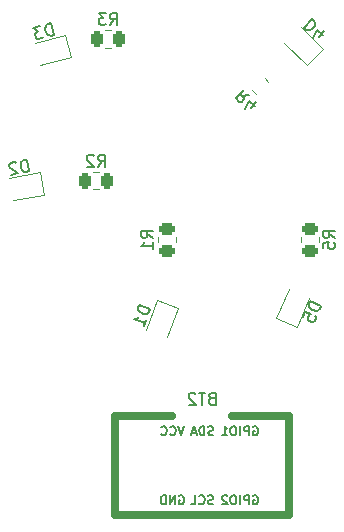
<source format=gbo>
G04 #@! TF.GenerationSoftware,KiCad,Pcbnew,(6.0.10-0)*
G04 #@! TF.CreationDate,2023-06-21T21:42:55+02:00*
G04 #@! TF.ProjectId,SwiftLeeds,53776966-744c-4656-9564-732e6b696361,rev?*
G04 #@! TF.SameCoordinates,Original*
G04 #@! TF.FileFunction,Legend,Bot*
G04 #@! TF.FilePolarity,Positive*
%FSLAX46Y46*%
G04 Gerber Fmt 4.6, Leading zero omitted, Abs format (unit mm)*
G04 Created by KiCad (PCBNEW (6.0.10-0)) date 2023-06-21 21:42:55*
%MOMM*%
%LPD*%
G01*
G04 APERTURE LIST*
G04 Aperture macros list*
%AMRoundRect*
0 Rectangle with rounded corners*
0 $1 Rounding radius*
0 $2 $3 $4 $5 $6 $7 $8 $9 X,Y pos of 4 corners*
0 Add a 4 corners polygon primitive as box body*
4,1,4,$2,$3,$4,$5,$6,$7,$8,$9,$2,$3,0*
0 Add four circle primitives for the rounded corners*
1,1,$1+$1,$2,$3*
1,1,$1+$1,$4,$5*
1,1,$1+$1,$6,$7*
1,1,$1+$1,$8,$9*
0 Add four rect primitives between the rounded corners*
20,1,$1+$1,$2,$3,$4,$5,0*
20,1,$1+$1,$4,$5,$6,$7,0*
20,1,$1+$1,$6,$7,$8,$9,0*
20,1,$1+$1,$8,$9,$2,$3,0*%
G04 Aperture macros list end*
%ADD10C,0.150000*%
%ADD11C,0.700000*%
%ADD12C,0.120000*%
%ADD13R,1.727200X1.727200*%
%ADD14C,1.727200*%
%ADD15O,1.727200X1.727200*%
%ADD16RoundRect,0.243750X0.117358X0.503791X-0.353531X0.377617X-0.117358X-0.503791X0.353531X-0.377617X0*%
%ADD17RoundRect,0.250000X0.262500X0.450000X-0.262500X0.450000X-0.262500X-0.450000X0.262500X-0.450000X0*%
%ADD18RoundRect,0.243750X0.324740X-0.402644X0.515221X0.046102X-0.324740X0.402644X-0.515221X-0.046102X0*%
%ADD19RoundRect,0.243750X0.160820X0.491645X-0.319274X0.406992X-0.160820X-0.491645X0.319274X-0.406992X0*%
%ADD20RoundRect,0.250000X-0.503814X-0.132583X-0.132583X-0.503814X0.503814X0.132583X0.132583X0.503814X0*%
%ADD21RoundRect,0.243750X-0.345367X0.385097X-0.512102X-0.073003X0.345367X-0.385097X0.512102X0.073003X0*%
%ADD22RoundRect,0.243750X0.494975X0.150260X0.150260X0.494975X-0.494975X-0.150260X-0.150260X-0.494975X0*%
%ADD23RoundRect,0.250000X0.450000X-0.262500X0.450000X0.262500X-0.450000X0.262500X-0.450000X-0.262500X0*%
%ADD24RoundRect,0.250000X-0.450000X0.262500X-0.450000X-0.262500X0.450000X-0.262500X0.450000X0.262500X0*%
G04 APERTURE END LIST*
D10*
X167785714Y-88428571D02*
X167642857Y-88476190D01*
X167595238Y-88523809D01*
X167547619Y-88619047D01*
X167547619Y-88761904D01*
X167595238Y-88857142D01*
X167642857Y-88904761D01*
X167738095Y-88952380D01*
X168119047Y-88952380D01*
X168119047Y-87952380D01*
X167785714Y-87952380D01*
X167690476Y-88000000D01*
X167642857Y-88047619D01*
X167595238Y-88142857D01*
X167595238Y-88238095D01*
X167642857Y-88333333D01*
X167690476Y-88380952D01*
X167785714Y-88428571D01*
X168119047Y-88428571D01*
X167261904Y-87952380D02*
X166690476Y-87952380D01*
X166976190Y-88952380D02*
X166976190Y-87952380D01*
X166404761Y-88047619D02*
X166357142Y-88000000D01*
X166261904Y-87952380D01*
X166023809Y-87952380D01*
X165928571Y-88000000D01*
X165880952Y-88047619D01*
X165833333Y-88142857D01*
X165833333Y-88238095D01*
X165880952Y-88380952D01*
X166452380Y-88952380D01*
X165833333Y-88952380D01*
X167892857Y-97351571D02*
X167785714Y-97387285D01*
X167607142Y-97387285D01*
X167535714Y-97351571D01*
X167500000Y-97315857D01*
X167464285Y-97244428D01*
X167464285Y-97173000D01*
X167500000Y-97101571D01*
X167535714Y-97065857D01*
X167607142Y-97030142D01*
X167750000Y-96994428D01*
X167821428Y-96958714D01*
X167857142Y-96923000D01*
X167892857Y-96851571D01*
X167892857Y-96780142D01*
X167857142Y-96708714D01*
X167821428Y-96673000D01*
X167750000Y-96637285D01*
X167571428Y-96637285D01*
X167464285Y-96673000D01*
X166714285Y-97315857D02*
X166750000Y-97351571D01*
X166857142Y-97387285D01*
X166928571Y-97387285D01*
X167035714Y-97351571D01*
X167107142Y-97280142D01*
X167142857Y-97208714D01*
X167178571Y-97065857D01*
X167178571Y-96958714D01*
X167142857Y-96815857D01*
X167107142Y-96744428D01*
X167035714Y-96673000D01*
X166928571Y-96637285D01*
X166857142Y-96637285D01*
X166750000Y-96673000D01*
X166714285Y-96708714D01*
X166035714Y-97387285D02*
X166392857Y-97387285D01*
X166392857Y-96637285D01*
X165031428Y-96673000D02*
X165102857Y-96637285D01*
X165210000Y-96637285D01*
X165317142Y-96673000D01*
X165388571Y-96744428D01*
X165424285Y-96815857D01*
X165460000Y-96958714D01*
X165460000Y-97065857D01*
X165424285Y-97208714D01*
X165388571Y-97280142D01*
X165317142Y-97351571D01*
X165210000Y-97387285D01*
X165138571Y-97387285D01*
X165031428Y-97351571D01*
X164995714Y-97315857D01*
X164995714Y-97065857D01*
X165138571Y-97065857D01*
X164674285Y-97387285D02*
X164674285Y-96637285D01*
X164245714Y-97387285D01*
X164245714Y-96637285D01*
X163888571Y-97387285D02*
X163888571Y-96637285D01*
X163710000Y-96637285D01*
X163602857Y-96673000D01*
X163531428Y-96744428D01*
X163495714Y-96815857D01*
X163460000Y-96958714D01*
X163460000Y-97065857D01*
X163495714Y-97208714D01*
X163531428Y-97280142D01*
X163602857Y-97351571D01*
X163710000Y-97387285D01*
X163888571Y-97387285D01*
X165460000Y-90795285D02*
X165210000Y-91545285D01*
X164960000Y-90795285D01*
X164281428Y-91473857D02*
X164317142Y-91509571D01*
X164424285Y-91545285D01*
X164495714Y-91545285D01*
X164602857Y-91509571D01*
X164674285Y-91438142D01*
X164710000Y-91366714D01*
X164745714Y-91223857D01*
X164745714Y-91116714D01*
X164710000Y-90973857D01*
X164674285Y-90902428D01*
X164602857Y-90831000D01*
X164495714Y-90795285D01*
X164424285Y-90795285D01*
X164317142Y-90831000D01*
X164281428Y-90866714D01*
X163531428Y-91473857D02*
X163567142Y-91509571D01*
X163674285Y-91545285D01*
X163745714Y-91545285D01*
X163852857Y-91509571D01*
X163924285Y-91438142D01*
X163960000Y-91366714D01*
X163995714Y-91223857D01*
X163995714Y-91116714D01*
X163960000Y-90973857D01*
X163924285Y-90902428D01*
X163852857Y-90831000D01*
X163745714Y-90795285D01*
X163674285Y-90795285D01*
X163567142Y-90831000D01*
X163531428Y-90866714D01*
X171307142Y-96673000D02*
X171378571Y-96637285D01*
X171485714Y-96637285D01*
X171592857Y-96673000D01*
X171664285Y-96744428D01*
X171700000Y-96815857D01*
X171735714Y-96958714D01*
X171735714Y-97065857D01*
X171700000Y-97208714D01*
X171664285Y-97280142D01*
X171592857Y-97351571D01*
X171485714Y-97387285D01*
X171414285Y-97387285D01*
X171307142Y-97351571D01*
X171271428Y-97315857D01*
X171271428Y-97065857D01*
X171414285Y-97065857D01*
X170950000Y-97387285D02*
X170950000Y-96637285D01*
X170664285Y-96637285D01*
X170592857Y-96673000D01*
X170557142Y-96708714D01*
X170521428Y-96780142D01*
X170521428Y-96887285D01*
X170557142Y-96958714D01*
X170592857Y-96994428D01*
X170664285Y-97030142D01*
X170950000Y-97030142D01*
X170200000Y-97387285D02*
X170200000Y-96637285D01*
X169700000Y-96637285D02*
X169557142Y-96637285D01*
X169485714Y-96673000D01*
X169414285Y-96744428D01*
X169378571Y-96887285D01*
X169378571Y-97137285D01*
X169414285Y-97280142D01*
X169485714Y-97351571D01*
X169557142Y-97387285D01*
X169700000Y-97387285D01*
X169771428Y-97351571D01*
X169842857Y-97280142D01*
X169878571Y-97137285D01*
X169878571Y-96887285D01*
X169842857Y-96744428D01*
X169771428Y-96673000D01*
X169700000Y-96637285D01*
X169092857Y-96708714D02*
X169057142Y-96673000D01*
X168985714Y-96637285D01*
X168807142Y-96637285D01*
X168735714Y-96673000D01*
X168700000Y-96708714D01*
X168664285Y-96780142D01*
X168664285Y-96851571D01*
X168700000Y-96958714D01*
X169128571Y-97387285D01*
X168664285Y-97387285D01*
X171307142Y-90831000D02*
X171378571Y-90795285D01*
X171485714Y-90795285D01*
X171592857Y-90831000D01*
X171664285Y-90902428D01*
X171700000Y-90973857D01*
X171735714Y-91116714D01*
X171735714Y-91223857D01*
X171700000Y-91366714D01*
X171664285Y-91438142D01*
X171592857Y-91509571D01*
X171485714Y-91545285D01*
X171414285Y-91545285D01*
X171307142Y-91509571D01*
X171271428Y-91473857D01*
X171271428Y-91223857D01*
X171414285Y-91223857D01*
X170950000Y-91545285D02*
X170950000Y-90795285D01*
X170664285Y-90795285D01*
X170592857Y-90831000D01*
X170557142Y-90866714D01*
X170521428Y-90938142D01*
X170521428Y-91045285D01*
X170557142Y-91116714D01*
X170592857Y-91152428D01*
X170664285Y-91188142D01*
X170950000Y-91188142D01*
X170200000Y-91545285D02*
X170200000Y-90795285D01*
X169700000Y-90795285D02*
X169557142Y-90795285D01*
X169485714Y-90831000D01*
X169414285Y-90902428D01*
X169378571Y-91045285D01*
X169378571Y-91295285D01*
X169414285Y-91438142D01*
X169485714Y-91509571D01*
X169557142Y-91545285D01*
X169700000Y-91545285D01*
X169771428Y-91509571D01*
X169842857Y-91438142D01*
X169878571Y-91295285D01*
X169878571Y-91045285D01*
X169842857Y-90902428D01*
X169771428Y-90831000D01*
X169700000Y-90795285D01*
X168664285Y-91545285D02*
X169092857Y-91545285D01*
X168878571Y-91545285D02*
X168878571Y-90795285D01*
X168950000Y-90902428D01*
X169021428Y-90973857D01*
X169092857Y-91009571D01*
X167910714Y-91509571D02*
X167803571Y-91545285D01*
X167625000Y-91545285D01*
X167553571Y-91509571D01*
X167517857Y-91473857D01*
X167482142Y-91402428D01*
X167482142Y-91331000D01*
X167517857Y-91259571D01*
X167553571Y-91223857D01*
X167625000Y-91188142D01*
X167767857Y-91152428D01*
X167839285Y-91116714D01*
X167875000Y-91081000D01*
X167910714Y-91009571D01*
X167910714Y-90938142D01*
X167875000Y-90866714D01*
X167839285Y-90831000D01*
X167767857Y-90795285D01*
X167589285Y-90795285D01*
X167482142Y-90831000D01*
X167160714Y-91545285D02*
X167160714Y-90795285D01*
X166982142Y-90795285D01*
X166875000Y-90831000D01*
X166803571Y-90902428D01*
X166767857Y-90973857D01*
X166732142Y-91116714D01*
X166732142Y-91223857D01*
X166767857Y-91366714D01*
X166803571Y-91438142D01*
X166875000Y-91509571D01*
X166982142Y-91545285D01*
X167160714Y-91545285D01*
X166446428Y-91331000D02*
X166089285Y-91331000D01*
X166517857Y-91545285D02*
X166267857Y-90795285D01*
X166017857Y-91545285D01*
X154402979Y-57652155D02*
X154144160Y-56686229D01*
X153914177Y-56747853D01*
X153788512Y-56830823D01*
X153721169Y-56947466D01*
X153699822Y-57051783D01*
X153703124Y-57248094D01*
X153740098Y-57386083D01*
X153835394Y-57557744D01*
X153906040Y-57637413D01*
X154022682Y-57704756D01*
X154172996Y-57713778D01*
X154402979Y-57652155D01*
X153270227Y-56920399D02*
X152672273Y-57080620D01*
X153092846Y-57362319D01*
X152954856Y-57399293D01*
X152875188Y-57469939D01*
X152841516Y-57528260D01*
X152820169Y-57632578D01*
X152881793Y-57862560D01*
X152952439Y-57942228D01*
X153010760Y-57975900D01*
X153115077Y-57997247D01*
X153391056Y-57923299D01*
X153470724Y-57852653D01*
X153504396Y-57794332D01*
X158166666Y-68802380D02*
X158500000Y-68326190D01*
X158738095Y-68802380D02*
X158738095Y-67802380D01*
X158357142Y-67802380D01*
X158261904Y-67850000D01*
X158214285Y-67897619D01*
X158166666Y-67992857D01*
X158166666Y-68135714D01*
X158214285Y-68230952D01*
X158261904Y-68278571D01*
X158357142Y-68326190D01*
X158738095Y-68326190D01*
X157785714Y-67897619D02*
X157738095Y-67850000D01*
X157642857Y-67802380D01*
X157404761Y-67802380D01*
X157309523Y-67850000D01*
X157261904Y-67897619D01*
X157214285Y-67992857D01*
X157214285Y-68088095D01*
X157261904Y-68230952D01*
X157833333Y-68802380D01*
X157214285Y-68802380D01*
X177016308Y-80612057D02*
X176095803Y-80221325D01*
X176002772Y-80440493D01*
X175990787Y-80590600D01*
X176041242Y-80715480D01*
X176110302Y-80796526D01*
X176267030Y-80914784D01*
X176398531Y-80970603D01*
X176592472Y-81001195D01*
X176698745Y-80994573D01*
X176823625Y-80944119D01*
X176923277Y-80831224D01*
X177016308Y-80612057D01*
X175519010Y-81580166D02*
X175705072Y-81141830D01*
X176162014Y-81284059D01*
X176099574Y-81309286D01*
X176018528Y-81378347D01*
X175925497Y-81597515D01*
X175932118Y-81703789D01*
X175957345Y-81766228D01*
X176026406Y-81847274D01*
X176245574Y-81940306D01*
X176351847Y-81933685D01*
X176414287Y-81908457D01*
X176495333Y-81839396D01*
X176588365Y-81620229D01*
X176581743Y-81513955D01*
X176556516Y-81451515D01*
X152288744Y-69211107D02*
X152115095Y-68226299D01*
X151880617Y-68267644D01*
X151748199Y-68339346D01*
X151670946Y-68449676D01*
X151640588Y-68551736D01*
X151626769Y-68747587D01*
X151651576Y-68888274D01*
X151731547Y-69067587D01*
X151794981Y-69153110D01*
X151905310Y-69230363D01*
X152054266Y-69252452D01*
X152288744Y-69211107D01*
X151193721Y-68485470D02*
X151138557Y-68446843D01*
X151036496Y-68416485D01*
X150802018Y-68457830D01*
X150716496Y-68521264D01*
X150677869Y-68576428D01*
X150647512Y-68678488D01*
X150664050Y-68772280D01*
X150735752Y-68904697D01*
X151397727Y-69368217D01*
X150788084Y-69475714D01*
X170947804Y-62728993D02*
X170375384Y-62830008D01*
X170543743Y-62324932D02*
X169836636Y-63032038D01*
X170106010Y-63301413D01*
X170207025Y-63335084D01*
X170274369Y-63335084D01*
X170375384Y-63301413D01*
X170476399Y-63200397D01*
X170510071Y-63099382D01*
X170510071Y-63032038D01*
X170476399Y-62931023D01*
X170207025Y-62661649D01*
X171082491Y-63806489D02*
X171553896Y-63335084D01*
X170644758Y-63907504D02*
X170981476Y-63234069D01*
X171419209Y-63671802D01*
X162586303Y-80896807D02*
X161646610Y-80554787D01*
X161565177Y-80778523D01*
X161561064Y-80929052D01*
X161617985Y-81051120D01*
X161691193Y-81128440D01*
X161853896Y-81238334D01*
X161988137Y-81287194D01*
X162183413Y-81307594D01*
X162289194Y-81295420D01*
X162411262Y-81238499D01*
X162504870Y-81120544D01*
X162586303Y-80896807D01*
X162065129Y-82328720D02*
X162260570Y-81791753D01*
X162162849Y-82060236D02*
X161223157Y-81718216D01*
X161389972Y-81677582D01*
X161512040Y-81620660D01*
X161589360Y-81547453D01*
X176301782Y-56328567D02*
X175594675Y-57035673D01*
X175763034Y-57204032D01*
X175897721Y-57271376D01*
X176032408Y-57271376D01*
X176133423Y-57237704D01*
X176301782Y-57136689D01*
X176402797Y-57035673D01*
X176503813Y-56867315D01*
X176537484Y-56766299D01*
X176537484Y-56631612D01*
X176470141Y-56496925D01*
X176301782Y-56328567D01*
X176840530Y-57810124D02*
X177311935Y-57338719D01*
X176402797Y-57911139D02*
X176739515Y-57237704D01*
X177177248Y-57675437D01*
X178227380Y-74833333D02*
X177751190Y-74500000D01*
X178227380Y-74261904D02*
X177227380Y-74261904D01*
X177227380Y-74642857D01*
X177275000Y-74738095D01*
X177322619Y-74785714D01*
X177417857Y-74833333D01*
X177560714Y-74833333D01*
X177655952Y-74785714D01*
X177703571Y-74738095D01*
X177751190Y-74642857D01*
X177751190Y-74261904D01*
X177227380Y-75738095D02*
X177227380Y-75261904D01*
X177703571Y-75214285D01*
X177655952Y-75261904D01*
X177608333Y-75357142D01*
X177608333Y-75595238D01*
X177655952Y-75690476D01*
X177703571Y-75738095D01*
X177798809Y-75785714D01*
X178036904Y-75785714D01*
X178132142Y-75738095D01*
X178179761Y-75690476D01*
X178227380Y-75595238D01*
X178227380Y-75357142D01*
X178179761Y-75261904D01*
X178132142Y-75214285D01*
X159166666Y-56802380D02*
X159500000Y-56326190D01*
X159738095Y-56802380D02*
X159738095Y-55802380D01*
X159357142Y-55802380D01*
X159261904Y-55850000D01*
X159214285Y-55897619D01*
X159166666Y-55992857D01*
X159166666Y-56135714D01*
X159214285Y-56230952D01*
X159261904Y-56278571D01*
X159357142Y-56326190D01*
X159738095Y-56326190D01*
X158833333Y-55802380D02*
X158214285Y-55802380D01*
X158547619Y-56183333D01*
X158404761Y-56183333D01*
X158309523Y-56230952D01*
X158261904Y-56278571D01*
X158214285Y-56373809D01*
X158214285Y-56611904D01*
X158261904Y-56707142D01*
X158309523Y-56754761D01*
X158404761Y-56802380D01*
X158690476Y-56802380D01*
X158785714Y-56754761D01*
X158833333Y-56707142D01*
X162802380Y-74833333D02*
X162326190Y-74500000D01*
X162802380Y-74261904D02*
X161802380Y-74261904D01*
X161802380Y-74642857D01*
X161850000Y-74738095D01*
X161897619Y-74785714D01*
X161992857Y-74833333D01*
X162135714Y-74833333D01*
X162230952Y-74785714D01*
X162278571Y-74738095D01*
X162326190Y-74642857D01*
X162326190Y-74261904D01*
X162802380Y-75785714D02*
X162802380Y-75214285D01*
X162802380Y-75500000D02*
X161802380Y-75500000D01*
X161945238Y-75404761D01*
X162040476Y-75309523D01*
X162088095Y-75214285D01*
D11*
X174366000Y-98318000D02*
X174366000Y-89936000D01*
X164460000Y-89936000D02*
X159634000Y-89936000D01*
X159634000Y-98318000D02*
X174366000Y-98318000D01*
X174279640Y-89885200D02*
X169540000Y-89885200D01*
X159634000Y-89936000D02*
X159634000Y-98318000D01*
D12*
X155876051Y-59491179D02*
X153282540Y-60186108D01*
X155379119Y-57636601D02*
X155876051Y-59491179D01*
X152785608Y-58331530D02*
X155379119Y-57636601D01*
X158227064Y-70735000D02*
X157772936Y-70735000D01*
X158227064Y-69265000D02*
X157772936Y-69265000D01*
X173250593Y-81645961D02*
X174299706Y-79174405D01*
X175017963Y-82396165D02*
X173250593Y-81645961D01*
X176067076Y-79924609D02*
X175017963Y-82396165D01*
X150618317Y-69746934D02*
X153262526Y-69280688D01*
X153262526Y-69280688D02*
X153595930Y-71171519D01*
X153595930Y-71171519D02*
X150951721Y-71637765D01*
X171232218Y-62359165D02*
X171553335Y-62680282D01*
X172271665Y-61319718D02*
X172592782Y-61640835D01*
X163133453Y-80088279D02*
X164937663Y-80744957D01*
X164937663Y-80744957D02*
X164019339Y-83268032D01*
X162215129Y-82611353D02*
X163133453Y-80088279D01*
X175308803Y-56951158D02*
X177207384Y-58849739D01*
X175849739Y-60207384D02*
X173951158Y-58308803D01*
X177207384Y-58849739D02*
X175849739Y-60207384D01*
X176860000Y-75227064D02*
X176860000Y-74772936D01*
X175390000Y-75227064D02*
X175390000Y-74772936D01*
X159227064Y-57265000D02*
X158772936Y-57265000D01*
X159227064Y-58735000D02*
X158772936Y-58735000D01*
X163265000Y-74772936D02*
X163265000Y-75227064D01*
X164735000Y-74772936D02*
X164735000Y-75227064D01*
%LPC*%
D13*
X164520000Y-92750000D03*
D14*
X164520000Y-95290000D03*
D15*
X167060000Y-92750000D03*
X167060000Y-95290000D03*
D14*
X169600000Y-92750000D03*
X169600000Y-95290000D03*
D16*
X153094445Y-59242643D03*
X154905555Y-58757357D03*
D17*
X158912500Y-70000000D03*
X157087500Y-70000000D03*
D18*
X174426350Y-81332985D03*
X175158970Y-79607039D03*
D19*
X152693084Y-70355906D03*
X150846570Y-70681496D03*
D20*
X171267265Y-61354765D03*
X172557735Y-62645235D03*
D21*
X163138610Y-82880962D03*
X163779898Y-81119038D03*
D22*
X176000000Y-59000000D03*
X174674174Y-57674174D03*
D23*
X176125000Y-75912500D03*
X176125000Y-74087500D03*
D17*
X159912500Y-58000000D03*
X158087500Y-58000000D03*
D24*
X164000000Y-74087500D03*
X164000000Y-75912500D03*
M02*

</source>
